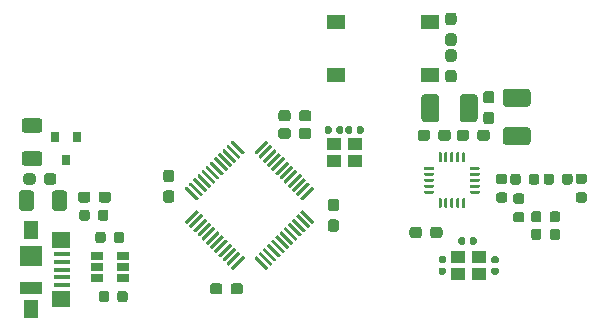
<source format=gbr>
%TF.GenerationSoftware,KiCad,Pcbnew,(5.1.6)-1*%
%TF.CreationDate,2020-09-08T20:54:55+07:00*%
%TF.ProjectId,RX_nrf24,52585f6e-7266-4323-942e-6b696361645f,rev?*%
%TF.SameCoordinates,Original*%
%TF.FileFunction,Paste,Top*%
%TF.FilePolarity,Positive*%
%FSLAX46Y46*%
G04 Gerber Fmt 4.6, Leading zero omitted, Abs format (unit mm)*
G04 Created by KiCad (PCBNEW (5.1.6)-1) date 2020-09-08 20:54:55*
%MOMM*%
%LPD*%
G01*
G04 APERTURE LIST*
%ADD10R,1.150000X1.000000*%
%ADD11R,0.800000X0.900000*%
%ADD12R,1.900000X1.000000*%
%ADD13R,1.900000X1.800000*%
%ADD14R,1.300000X1.650000*%
%ADD15R,1.550000X1.425000*%
%ADD16R,1.380000X0.450000*%
%ADD17R,1.550000X1.300000*%
%ADD18R,1.060000X0.650000*%
G04 APERTURE END LIST*
%TO.C,C12*%
G36*
G01*
X193600000Y-95175000D02*
X191750000Y-95175000D01*
G75*
G02*
X191500000Y-94925000I0J250000D01*
G01*
X191500000Y-93925000D01*
G75*
G02*
X191750000Y-93675000I250000J0D01*
G01*
X193600000Y-93675000D01*
G75*
G02*
X193850000Y-93925000I0J-250000D01*
G01*
X193850000Y-94925000D01*
G75*
G02*
X193600000Y-95175000I-250000J0D01*
G01*
G37*
G36*
G01*
X193600000Y-98425000D02*
X191750000Y-98425000D01*
G75*
G02*
X191500000Y-98175000I0J250000D01*
G01*
X191500000Y-97175000D01*
G75*
G02*
X191750000Y-96925000I250000J0D01*
G01*
X193600000Y-96925000D01*
G75*
G02*
X193850000Y-97175000I0J-250000D01*
G01*
X193850000Y-98175000D01*
G75*
G02*
X193600000Y-98425000I-250000J0D01*
G01*
G37*
%TD*%
%TO.C,R3*%
G36*
G01*
X157270000Y-103077500D02*
X157270000Y-102602500D01*
G75*
G02*
X157507500Y-102365000I237500J0D01*
G01*
X158082500Y-102365000D01*
G75*
G02*
X158320000Y-102602500I0J-237500D01*
G01*
X158320000Y-103077500D01*
G75*
G02*
X158082500Y-103315000I-237500J0D01*
G01*
X157507500Y-103315000D01*
G75*
G02*
X157270000Y-103077500I0J237500D01*
G01*
G37*
G36*
G01*
X155520000Y-103077500D02*
X155520000Y-102602500D01*
G75*
G02*
X155757500Y-102365000I237500J0D01*
G01*
X156332500Y-102365000D01*
G75*
G02*
X156570000Y-102602500I0J-237500D01*
G01*
X156570000Y-103077500D01*
G75*
G02*
X156332500Y-103315000I-237500J0D01*
G01*
X155757500Y-103315000D01*
G75*
G02*
X155520000Y-103077500I0J237500D01*
G01*
G37*
%TD*%
%TO.C,C15*%
G36*
G01*
X167750000Y-110362500D02*
X167750000Y-110837500D01*
G75*
G02*
X167512500Y-111075000I-237500J0D01*
G01*
X166937500Y-111075000D01*
G75*
G02*
X166700000Y-110837500I0J237500D01*
G01*
X166700000Y-110362500D01*
G75*
G02*
X166937500Y-110125000I237500J0D01*
G01*
X167512500Y-110125000D01*
G75*
G02*
X167750000Y-110362500I0J-237500D01*
G01*
G37*
G36*
G01*
X169500000Y-110362500D02*
X169500000Y-110837500D01*
G75*
G02*
X169262500Y-111075000I-237500J0D01*
G01*
X168687500Y-111075000D01*
G75*
G02*
X168450000Y-110837500I0J237500D01*
G01*
X168450000Y-110362500D01*
G75*
G02*
X168687500Y-110125000I237500J0D01*
G01*
X169262500Y-110125000D01*
G75*
G02*
X169500000Y-110362500I0J-237500D01*
G01*
G37*
%TD*%
%TO.C,nRF24*%
G36*
G01*
X186055000Y-99817500D02*
X186055000Y-99117500D01*
G75*
G02*
X186117500Y-99055000I62500J0D01*
G01*
X186242500Y-99055000D01*
G75*
G02*
X186305000Y-99117500I0J-62500D01*
G01*
X186305000Y-99817500D01*
G75*
G02*
X186242500Y-99880000I-62500J0D01*
G01*
X186117500Y-99880000D01*
G75*
G02*
X186055000Y-99817500I0J62500D01*
G01*
G37*
G36*
G01*
X186555000Y-99817500D02*
X186555000Y-99117500D01*
G75*
G02*
X186617500Y-99055000I62500J0D01*
G01*
X186742500Y-99055000D01*
G75*
G02*
X186805000Y-99117500I0J-62500D01*
G01*
X186805000Y-99817500D01*
G75*
G02*
X186742500Y-99880000I-62500J0D01*
G01*
X186617500Y-99880000D01*
G75*
G02*
X186555000Y-99817500I0J62500D01*
G01*
G37*
G36*
G01*
X187055000Y-99817500D02*
X187055000Y-99117500D01*
G75*
G02*
X187117500Y-99055000I62500J0D01*
G01*
X187242500Y-99055000D01*
G75*
G02*
X187305000Y-99117500I0J-62500D01*
G01*
X187305000Y-99817500D01*
G75*
G02*
X187242500Y-99880000I-62500J0D01*
G01*
X187117500Y-99880000D01*
G75*
G02*
X187055000Y-99817500I0J62500D01*
G01*
G37*
G36*
G01*
X187555000Y-99817500D02*
X187555000Y-99117500D01*
G75*
G02*
X187617500Y-99055000I62500J0D01*
G01*
X187742500Y-99055000D01*
G75*
G02*
X187805000Y-99117500I0J-62500D01*
G01*
X187805000Y-99817500D01*
G75*
G02*
X187742500Y-99880000I-62500J0D01*
G01*
X187617500Y-99880000D01*
G75*
G02*
X187555000Y-99817500I0J62500D01*
G01*
G37*
G36*
G01*
X188055000Y-99817500D02*
X188055000Y-99117500D01*
G75*
G02*
X188117500Y-99055000I62500J0D01*
G01*
X188242500Y-99055000D01*
G75*
G02*
X188305000Y-99117500I0J-62500D01*
G01*
X188305000Y-99817500D01*
G75*
G02*
X188242500Y-99880000I-62500J0D01*
G01*
X188117500Y-99880000D01*
G75*
G02*
X188055000Y-99817500I0J62500D01*
G01*
G37*
G36*
G01*
X188705000Y-100467500D02*
X188705000Y-100342500D01*
G75*
G02*
X188767500Y-100280000I62500J0D01*
G01*
X189467500Y-100280000D01*
G75*
G02*
X189530000Y-100342500I0J-62500D01*
G01*
X189530000Y-100467500D01*
G75*
G02*
X189467500Y-100530000I-62500J0D01*
G01*
X188767500Y-100530000D01*
G75*
G02*
X188705000Y-100467500I0J62500D01*
G01*
G37*
G36*
G01*
X188705000Y-100967500D02*
X188705000Y-100842500D01*
G75*
G02*
X188767500Y-100780000I62500J0D01*
G01*
X189467500Y-100780000D01*
G75*
G02*
X189530000Y-100842500I0J-62500D01*
G01*
X189530000Y-100967500D01*
G75*
G02*
X189467500Y-101030000I-62500J0D01*
G01*
X188767500Y-101030000D01*
G75*
G02*
X188705000Y-100967500I0J62500D01*
G01*
G37*
G36*
G01*
X188705000Y-101467500D02*
X188705000Y-101342500D01*
G75*
G02*
X188767500Y-101280000I62500J0D01*
G01*
X189467500Y-101280000D01*
G75*
G02*
X189530000Y-101342500I0J-62500D01*
G01*
X189530000Y-101467500D01*
G75*
G02*
X189467500Y-101530000I-62500J0D01*
G01*
X188767500Y-101530000D01*
G75*
G02*
X188705000Y-101467500I0J62500D01*
G01*
G37*
G36*
G01*
X188705000Y-101967500D02*
X188705000Y-101842500D01*
G75*
G02*
X188767500Y-101780000I62500J0D01*
G01*
X189467500Y-101780000D01*
G75*
G02*
X189530000Y-101842500I0J-62500D01*
G01*
X189530000Y-101967500D01*
G75*
G02*
X189467500Y-102030000I-62500J0D01*
G01*
X188767500Y-102030000D01*
G75*
G02*
X188705000Y-101967500I0J62500D01*
G01*
G37*
G36*
G01*
X188705000Y-102467500D02*
X188705000Y-102342500D01*
G75*
G02*
X188767500Y-102280000I62500J0D01*
G01*
X189467500Y-102280000D01*
G75*
G02*
X189530000Y-102342500I0J-62500D01*
G01*
X189530000Y-102467500D01*
G75*
G02*
X189467500Y-102530000I-62500J0D01*
G01*
X188767500Y-102530000D01*
G75*
G02*
X188705000Y-102467500I0J62500D01*
G01*
G37*
G36*
G01*
X188055000Y-103692500D02*
X188055000Y-102992500D01*
G75*
G02*
X188117500Y-102930000I62500J0D01*
G01*
X188242500Y-102930000D01*
G75*
G02*
X188305000Y-102992500I0J-62500D01*
G01*
X188305000Y-103692500D01*
G75*
G02*
X188242500Y-103755000I-62500J0D01*
G01*
X188117500Y-103755000D01*
G75*
G02*
X188055000Y-103692500I0J62500D01*
G01*
G37*
G36*
G01*
X187555000Y-103692500D02*
X187555000Y-102992500D01*
G75*
G02*
X187617500Y-102930000I62500J0D01*
G01*
X187742500Y-102930000D01*
G75*
G02*
X187805000Y-102992500I0J-62500D01*
G01*
X187805000Y-103692500D01*
G75*
G02*
X187742500Y-103755000I-62500J0D01*
G01*
X187617500Y-103755000D01*
G75*
G02*
X187555000Y-103692500I0J62500D01*
G01*
G37*
G36*
G01*
X187055000Y-103692500D02*
X187055000Y-102992500D01*
G75*
G02*
X187117500Y-102930000I62500J0D01*
G01*
X187242500Y-102930000D01*
G75*
G02*
X187305000Y-102992500I0J-62500D01*
G01*
X187305000Y-103692500D01*
G75*
G02*
X187242500Y-103755000I-62500J0D01*
G01*
X187117500Y-103755000D01*
G75*
G02*
X187055000Y-103692500I0J62500D01*
G01*
G37*
G36*
G01*
X186555000Y-103692500D02*
X186555000Y-102992500D01*
G75*
G02*
X186617500Y-102930000I62500J0D01*
G01*
X186742500Y-102930000D01*
G75*
G02*
X186805000Y-102992500I0J-62500D01*
G01*
X186805000Y-103692500D01*
G75*
G02*
X186742500Y-103755000I-62500J0D01*
G01*
X186617500Y-103755000D01*
G75*
G02*
X186555000Y-103692500I0J62500D01*
G01*
G37*
G36*
G01*
X186055000Y-103692500D02*
X186055000Y-102992500D01*
G75*
G02*
X186117500Y-102930000I62500J0D01*
G01*
X186242500Y-102930000D01*
G75*
G02*
X186305000Y-102992500I0J-62500D01*
G01*
X186305000Y-103692500D01*
G75*
G02*
X186242500Y-103755000I-62500J0D01*
G01*
X186117500Y-103755000D01*
G75*
G02*
X186055000Y-103692500I0J62500D01*
G01*
G37*
G36*
G01*
X184830000Y-102467500D02*
X184830000Y-102342500D01*
G75*
G02*
X184892500Y-102280000I62500J0D01*
G01*
X185592500Y-102280000D01*
G75*
G02*
X185655000Y-102342500I0J-62500D01*
G01*
X185655000Y-102467500D01*
G75*
G02*
X185592500Y-102530000I-62500J0D01*
G01*
X184892500Y-102530000D01*
G75*
G02*
X184830000Y-102467500I0J62500D01*
G01*
G37*
G36*
G01*
X184830000Y-101967500D02*
X184830000Y-101842500D01*
G75*
G02*
X184892500Y-101780000I62500J0D01*
G01*
X185592500Y-101780000D01*
G75*
G02*
X185655000Y-101842500I0J-62500D01*
G01*
X185655000Y-101967500D01*
G75*
G02*
X185592500Y-102030000I-62500J0D01*
G01*
X184892500Y-102030000D01*
G75*
G02*
X184830000Y-101967500I0J62500D01*
G01*
G37*
G36*
G01*
X184830000Y-101467500D02*
X184830000Y-101342500D01*
G75*
G02*
X184892500Y-101280000I62500J0D01*
G01*
X185592500Y-101280000D01*
G75*
G02*
X185655000Y-101342500I0J-62500D01*
G01*
X185655000Y-101467500D01*
G75*
G02*
X185592500Y-101530000I-62500J0D01*
G01*
X184892500Y-101530000D01*
G75*
G02*
X184830000Y-101467500I0J62500D01*
G01*
G37*
G36*
G01*
X184830000Y-100967500D02*
X184830000Y-100842500D01*
G75*
G02*
X184892500Y-100780000I62500J0D01*
G01*
X185592500Y-100780000D01*
G75*
G02*
X185655000Y-100842500I0J-62500D01*
G01*
X185655000Y-100967500D01*
G75*
G02*
X185592500Y-101030000I-62500J0D01*
G01*
X184892500Y-101030000D01*
G75*
G02*
X184830000Y-100967500I0J62500D01*
G01*
G37*
G36*
G01*
X184830000Y-100467500D02*
X184830000Y-100342500D01*
G75*
G02*
X184892500Y-100280000I62500J0D01*
G01*
X185592500Y-100280000D01*
G75*
G02*
X185655000Y-100342500I0J-62500D01*
G01*
X185655000Y-100467500D01*
G75*
G02*
X185592500Y-100530000I-62500J0D01*
G01*
X184892500Y-100530000D01*
G75*
G02*
X184830000Y-100467500I0J62500D01*
G01*
G37*
%TD*%
%TO.C,8.2nH1*%
G36*
G01*
X191143750Y-102437500D02*
X191656250Y-102437500D01*
G75*
G02*
X191875000Y-102656250I0J-218750D01*
G01*
X191875000Y-103093750D01*
G75*
G02*
X191656250Y-103312500I-218750J0D01*
G01*
X191143750Y-103312500D01*
G75*
G02*
X190925000Y-103093750I0J218750D01*
G01*
X190925000Y-102656250D01*
G75*
G02*
X191143750Y-102437500I218750J0D01*
G01*
G37*
G36*
G01*
X191143750Y-100862500D02*
X191656250Y-100862500D01*
G75*
G02*
X191875000Y-101081250I0J-218750D01*
G01*
X191875000Y-101518750D01*
G75*
G02*
X191656250Y-101737500I-218750J0D01*
G01*
X191143750Y-101737500D01*
G75*
G02*
X190925000Y-101518750I0J218750D01*
G01*
X190925000Y-101081250D01*
G75*
G02*
X191143750Y-100862500I218750J0D01*
G01*
G37*
%TD*%
%TO.C,3.9nH1*%
G36*
G01*
X193700000Y-101576250D02*
X193700000Y-101063750D01*
G75*
G02*
X193918750Y-100845000I218750J0D01*
G01*
X194356250Y-100845000D01*
G75*
G02*
X194575000Y-101063750I0J-218750D01*
G01*
X194575000Y-101576250D01*
G75*
G02*
X194356250Y-101795000I-218750J0D01*
G01*
X193918750Y-101795000D01*
G75*
G02*
X193700000Y-101576250I0J218750D01*
G01*
G37*
G36*
G01*
X192125000Y-101576250D02*
X192125000Y-101063750D01*
G75*
G02*
X192343750Y-100845000I218750J0D01*
G01*
X192781250Y-100845000D01*
G75*
G02*
X193000000Y-101063750I0J-218750D01*
G01*
X193000000Y-101576250D01*
G75*
G02*
X192781250Y-101795000I-218750J0D01*
G01*
X192343750Y-101795000D01*
G75*
G02*
X192125000Y-101576250I0J218750D01*
G01*
G37*
%TD*%
%TO.C,2.7nH1*%
G36*
G01*
X192593750Y-104100000D02*
X193106250Y-104100000D01*
G75*
G02*
X193325000Y-104318750I0J-218750D01*
G01*
X193325000Y-104756250D01*
G75*
G02*
X193106250Y-104975000I-218750J0D01*
G01*
X192593750Y-104975000D01*
G75*
G02*
X192375000Y-104756250I0J218750D01*
G01*
X192375000Y-104318750D01*
G75*
G02*
X192593750Y-104100000I218750J0D01*
G01*
G37*
G36*
G01*
X192593750Y-102525000D02*
X193106250Y-102525000D01*
G75*
G02*
X193325000Y-102743750I0J-218750D01*
G01*
X193325000Y-103181250D01*
G75*
G02*
X193106250Y-103400000I-218750J0D01*
G01*
X192593750Y-103400000D01*
G75*
G02*
X192375000Y-103181250I0J218750D01*
G01*
X192375000Y-102743750D01*
G75*
G02*
X192593750Y-102525000I218750J0D01*
G01*
G37*
%TD*%
%TO.C,1pF3*%
G36*
G01*
X195465000Y-106246250D02*
X195465000Y-105733750D01*
G75*
G02*
X195683750Y-105515000I218750J0D01*
G01*
X196121250Y-105515000D01*
G75*
G02*
X196340000Y-105733750I0J-218750D01*
G01*
X196340000Y-106246250D01*
G75*
G02*
X196121250Y-106465000I-218750J0D01*
G01*
X195683750Y-106465000D01*
G75*
G02*
X195465000Y-106246250I0J218750D01*
G01*
G37*
G36*
G01*
X193890000Y-106246250D02*
X193890000Y-105733750D01*
G75*
G02*
X194108750Y-105515000I218750J0D01*
G01*
X194546250Y-105515000D01*
G75*
G02*
X194765000Y-105733750I0J-218750D01*
G01*
X194765000Y-106246250D01*
G75*
G02*
X194546250Y-106465000I-218750J0D01*
G01*
X194108750Y-106465000D01*
G75*
G02*
X193890000Y-106246250I0J218750D01*
G01*
G37*
%TD*%
%TO.C,1pF2*%
G36*
G01*
X197883750Y-102420000D02*
X198396250Y-102420000D01*
G75*
G02*
X198615000Y-102638750I0J-218750D01*
G01*
X198615000Y-103076250D01*
G75*
G02*
X198396250Y-103295000I-218750J0D01*
G01*
X197883750Y-103295000D01*
G75*
G02*
X197665000Y-103076250I0J218750D01*
G01*
X197665000Y-102638750D01*
G75*
G02*
X197883750Y-102420000I218750J0D01*
G01*
G37*
G36*
G01*
X197883750Y-100845000D02*
X198396250Y-100845000D01*
G75*
G02*
X198615000Y-101063750I0J-218750D01*
G01*
X198615000Y-101501250D01*
G75*
G02*
X198396250Y-101720000I-218750J0D01*
G01*
X197883750Y-101720000D01*
G75*
G02*
X197665000Y-101501250I0J218750D01*
G01*
X197665000Y-101063750D01*
G75*
G02*
X197883750Y-100845000I218750J0D01*
G01*
G37*
%TD*%
%TO.C,1pF1*%
G36*
G01*
X195465000Y-104756250D02*
X195465000Y-104243750D01*
G75*
G02*
X195683750Y-104025000I218750J0D01*
G01*
X196121250Y-104025000D01*
G75*
G02*
X196340000Y-104243750I0J-218750D01*
G01*
X196340000Y-104756250D01*
G75*
G02*
X196121250Y-104975000I-218750J0D01*
G01*
X195683750Y-104975000D01*
G75*
G02*
X195465000Y-104756250I0J218750D01*
G01*
G37*
G36*
G01*
X193890000Y-104756250D02*
X193890000Y-104243750D01*
G75*
G02*
X194108750Y-104025000I218750J0D01*
G01*
X194546250Y-104025000D01*
G75*
G02*
X194765000Y-104243750I0J-218750D01*
G01*
X194765000Y-104756250D01*
G75*
G02*
X194546250Y-104975000I-218750J0D01*
G01*
X194108750Y-104975000D01*
G75*
G02*
X193890000Y-104756250I0J218750D01*
G01*
G37*
%TD*%
%TO.C,1.5pF1*%
G36*
G01*
X196520000Y-101566250D02*
X196520000Y-101053750D01*
G75*
G02*
X196738750Y-100835000I218750J0D01*
G01*
X197176250Y-100835000D01*
G75*
G02*
X197395000Y-101053750I0J-218750D01*
G01*
X197395000Y-101566250D01*
G75*
G02*
X197176250Y-101785000I-218750J0D01*
G01*
X196738750Y-101785000D01*
G75*
G02*
X196520000Y-101566250I0J218750D01*
G01*
G37*
G36*
G01*
X194945000Y-101566250D02*
X194945000Y-101053750D01*
G75*
G02*
X195163750Y-100835000I218750J0D01*
G01*
X195601250Y-100835000D01*
G75*
G02*
X195820000Y-101053750I0J-218750D01*
G01*
X195820000Y-101566250D01*
G75*
G02*
X195601250Y-101785000I-218750J0D01*
G01*
X195163750Y-101785000D01*
G75*
G02*
X194945000Y-101566250I0J218750D01*
G01*
G37*
%TD*%
%TO.C,STM32*%
G36*
G01*
X174575484Y-103949264D02*
X175512400Y-104886180D01*
G75*
G02*
X175512400Y-104992246I-53033J-53033D01*
G01*
X175406334Y-105098312D01*
G75*
G02*
X175300268Y-105098312I-53033J53033D01*
G01*
X174363352Y-104161396D01*
G75*
G02*
X174363352Y-104055330I53033J53033D01*
G01*
X174469418Y-103949264D01*
G75*
G02*
X174575484Y-103949264I53033J-53033D01*
G01*
G37*
G36*
G01*
X174221930Y-104302818D02*
X175158846Y-105239734D01*
G75*
G02*
X175158846Y-105345800I-53033J-53033D01*
G01*
X175052780Y-105451866D01*
G75*
G02*
X174946714Y-105451866I-53033J53033D01*
G01*
X174009798Y-104514950D01*
G75*
G02*
X174009798Y-104408884I53033J53033D01*
G01*
X174115864Y-104302818D01*
G75*
G02*
X174221930Y-104302818I53033J-53033D01*
G01*
G37*
G36*
G01*
X173868377Y-104656371D02*
X174805293Y-105593287D01*
G75*
G02*
X174805293Y-105699353I-53033J-53033D01*
G01*
X174699227Y-105805419D01*
G75*
G02*
X174593161Y-105805419I-53033J53033D01*
G01*
X173656245Y-104868503D01*
G75*
G02*
X173656245Y-104762437I53033J53033D01*
G01*
X173762311Y-104656371D01*
G75*
G02*
X173868377Y-104656371I53033J-53033D01*
G01*
G37*
G36*
G01*
X173514823Y-105009925D02*
X174451739Y-105946841D01*
G75*
G02*
X174451739Y-106052907I-53033J-53033D01*
G01*
X174345673Y-106158973D01*
G75*
G02*
X174239607Y-106158973I-53033J53033D01*
G01*
X173302691Y-105222057D01*
G75*
G02*
X173302691Y-105115991I53033J53033D01*
G01*
X173408757Y-105009925D01*
G75*
G02*
X173514823Y-105009925I53033J-53033D01*
G01*
G37*
G36*
G01*
X173161270Y-105363478D02*
X174098186Y-106300394D01*
G75*
G02*
X174098186Y-106406460I-53033J-53033D01*
G01*
X173992120Y-106512526D01*
G75*
G02*
X173886054Y-106512526I-53033J53033D01*
G01*
X172949138Y-105575610D01*
G75*
G02*
X172949138Y-105469544I53033J53033D01*
G01*
X173055204Y-105363478D01*
G75*
G02*
X173161270Y-105363478I53033J-53033D01*
G01*
G37*
G36*
G01*
X172807717Y-105717031D02*
X173744633Y-106653947D01*
G75*
G02*
X173744633Y-106760013I-53033J-53033D01*
G01*
X173638567Y-106866079D01*
G75*
G02*
X173532501Y-106866079I-53033J53033D01*
G01*
X172595585Y-105929163D01*
G75*
G02*
X172595585Y-105823097I53033J53033D01*
G01*
X172701651Y-105717031D01*
G75*
G02*
X172807717Y-105717031I53033J-53033D01*
G01*
G37*
G36*
G01*
X172454163Y-106070585D02*
X173391079Y-107007501D01*
G75*
G02*
X173391079Y-107113567I-53033J-53033D01*
G01*
X173285013Y-107219633D01*
G75*
G02*
X173178947Y-107219633I-53033J53033D01*
G01*
X172242031Y-106282717D01*
G75*
G02*
X172242031Y-106176651I53033J53033D01*
G01*
X172348097Y-106070585D01*
G75*
G02*
X172454163Y-106070585I53033J-53033D01*
G01*
G37*
G36*
G01*
X172100610Y-106424138D02*
X173037526Y-107361054D01*
G75*
G02*
X173037526Y-107467120I-53033J-53033D01*
G01*
X172931460Y-107573186D01*
G75*
G02*
X172825394Y-107573186I-53033J53033D01*
G01*
X171888478Y-106636270D01*
G75*
G02*
X171888478Y-106530204I53033J53033D01*
G01*
X171994544Y-106424138D01*
G75*
G02*
X172100610Y-106424138I53033J-53033D01*
G01*
G37*
G36*
G01*
X171747057Y-106777691D02*
X172683973Y-107714607D01*
G75*
G02*
X172683973Y-107820673I-53033J-53033D01*
G01*
X172577907Y-107926739D01*
G75*
G02*
X172471841Y-107926739I-53033J53033D01*
G01*
X171534925Y-106989823D01*
G75*
G02*
X171534925Y-106883757I53033J53033D01*
G01*
X171640991Y-106777691D01*
G75*
G02*
X171747057Y-106777691I53033J-53033D01*
G01*
G37*
G36*
G01*
X171393503Y-107131245D02*
X172330419Y-108068161D01*
G75*
G02*
X172330419Y-108174227I-53033J-53033D01*
G01*
X172224353Y-108280293D01*
G75*
G02*
X172118287Y-108280293I-53033J53033D01*
G01*
X171181371Y-107343377D01*
G75*
G02*
X171181371Y-107237311I53033J53033D01*
G01*
X171287437Y-107131245D01*
G75*
G02*
X171393503Y-107131245I53033J-53033D01*
G01*
G37*
G36*
G01*
X171039950Y-107484798D02*
X171976866Y-108421714D01*
G75*
G02*
X171976866Y-108527780I-53033J-53033D01*
G01*
X171870800Y-108633846D01*
G75*
G02*
X171764734Y-108633846I-53033J53033D01*
G01*
X170827818Y-107696930D01*
G75*
G02*
X170827818Y-107590864I53033J53033D01*
G01*
X170933884Y-107484798D01*
G75*
G02*
X171039950Y-107484798I53033J-53033D01*
G01*
G37*
G36*
G01*
X170686396Y-107838352D02*
X171623312Y-108775268D01*
G75*
G02*
X171623312Y-108881334I-53033J-53033D01*
G01*
X171517246Y-108987400D01*
G75*
G02*
X171411180Y-108987400I-53033J53033D01*
G01*
X170474264Y-108050484D01*
G75*
G02*
X170474264Y-107944418I53033J53033D01*
G01*
X170580330Y-107838352D01*
G75*
G02*
X170686396Y-107838352I53033J-53033D01*
G01*
G37*
G36*
G01*
X169519670Y-107838352D02*
X169625736Y-107944418D01*
G75*
G02*
X169625736Y-108050484I-53033J-53033D01*
G01*
X168688820Y-108987400D01*
G75*
G02*
X168582754Y-108987400I-53033J53033D01*
G01*
X168476688Y-108881334D01*
G75*
G02*
X168476688Y-108775268I53033J53033D01*
G01*
X169413604Y-107838352D01*
G75*
G02*
X169519670Y-107838352I53033J-53033D01*
G01*
G37*
G36*
G01*
X169166116Y-107484798D02*
X169272182Y-107590864D01*
G75*
G02*
X169272182Y-107696930I-53033J-53033D01*
G01*
X168335266Y-108633846D01*
G75*
G02*
X168229200Y-108633846I-53033J53033D01*
G01*
X168123134Y-108527780D01*
G75*
G02*
X168123134Y-108421714I53033J53033D01*
G01*
X169060050Y-107484798D01*
G75*
G02*
X169166116Y-107484798I53033J-53033D01*
G01*
G37*
G36*
G01*
X168812563Y-107131245D02*
X168918629Y-107237311D01*
G75*
G02*
X168918629Y-107343377I-53033J-53033D01*
G01*
X167981713Y-108280293D01*
G75*
G02*
X167875647Y-108280293I-53033J53033D01*
G01*
X167769581Y-108174227D01*
G75*
G02*
X167769581Y-108068161I53033J53033D01*
G01*
X168706497Y-107131245D01*
G75*
G02*
X168812563Y-107131245I53033J-53033D01*
G01*
G37*
G36*
G01*
X168459009Y-106777691D02*
X168565075Y-106883757D01*
G75*
G02*
X168565075Y-106989823I-53033J-53033D01*
G01*
X167628159Y-107926739D01*
G75*
G02*
X167522093Y-107926739I-53033J53033D01*
G01*
X167416027Y-107820673D01*
G75*
G02*
X167416027Y-107714607I53033J53033D01*
G01*
X168352943Y-106777691D01*
G75*
G02*
X168459009Y-106777691I53033J-53033D01*
G01*
G37*
G36*
G01*
X168105456Y-106424138D02*
X168211522Y-106530204D01*
G75*
G02*
X168211522Y-106636270I-53033J-53033D01*
G01*
X167274606Y-107573186D01*
G75*
G02*
X167168540Y-107573186I-53033J53033D01*
G01*
X167062474Y-107467120D01*
G75*
G02*
X167062474Y-107361054I53033J53033D01*
G01*
X167999390Y-106424138D01*
G75*
G02*
X168105456Y-106424138I53033J-53033D01*
G01*
G37*
G36*
G01*
X167751903Y-106070585D02*
X167857969Y-106176651D01*
G75*
G02*
X167857969Y-106282717I-53033J-53033D01*
G01*
X166921053Y-107219633D01*
G75*
G02*
X166814987Y-107219633I-53033J53033D01*
G01*
X166708921Y-107113567D01*
G75*
G02*
X166708921Y-107007501I53033J53033D01*
G01*
X167645837Y-106070585D01*
G75*
G02*
X167751903Y-106070585I53033J-53033D01*
G01*
G37*
G36*
G01*
X167398349Y-105717031D02*
X167504415Y-105823097D01*
G75*
G02*
X167504415Y-105929163I-53033J-53033D01*
G01*
X166567499Y-106866079D01*
G75*
G02*
X166461433Y-106866079I-53033J53033D01*
G01*
X166355367Y-106760013D01*
G75*
G02*
X166355367Y-106653947I53033J53033D01*
G01*
X167292283Y-105717031D01*
G75*
G02*
X167398349Y-105717031I53033J-53033D01*
G01*
G37*
G36*
G01*
X167044796Y-105363478D02*
X167150862Y-105469544D01*
G75*
G02*
X167150862Y-105575610I-53033J-53033D01*
G01*
X166213946Y-106512526D01*
G75*
G02*
X166107880Y-106512526I-53033J53033D01*
G01*
X166001814Y-106406460D01*
G75*
G02*
X166001814Y-106300394I53033J53033D01*
G01*
X166938730Y-105363478D01*
G75*
G02*
X167044796Y-105363478I53033J-53033D01*
G01*
G37*
G36*
G01*
X166691243Y-105009925D02*
X166797309Y-105115991D01*
G75*
G02*
X166797309Y-105222057I-53033J-53033D01*
G01*
X165860393Y-106158973D01*
G75*
G02*
X165754327Y-106158973I-53033J53033D01*
G01*
X165648261Y-106052907D01*
G75*
G02*
X165648261Y-105946841I53033J53033D01*
G01*
X166585177Y-105009925D01*
G75*
G02*
X166691243Y-105009925I53033J-53033D01*
G01*
G37*
G36*
G01*
X166337689Y-104656371D02*
X166443755Y-104762437D01*
G75*
G02*
X166443755Y-104868503I-53033J-53033D01*
G01*
X165506839Y-105805419D01*
G75*
G02*
X165400773Y-105805419I-53033J53033D01*
G01*
X165294707Y-105699353D01*
G75*
G02*
X165294707Y-105593287I53033J53033D01*
G01*
X166231623Y-104656371D01*
G75*
G02*
X166337689Y-104656371I53033J-53033D01*
G01*
G37*
G36*
G01*
X165984136Y-104302818D02*
X166090202Y-104408884D01*
G75*
G02*
X166090202Y-104514950I-53033J-53033D01*
G01*
X165153286Y-105451866D01*
G75*
G02*
X165047220Y-105451866I-53033J53033D01*
G01*
X164941154Y-105345800D01*
G75*
G02*
X164941154Y-105239734I53033J53033D01*
G01*
X165878070Y-104302818D01*
G75*
G02*
X165984136Y-104302818I53033J-53033D01*
G01*
G37*
G36*
G01*
X165630582Y-103949264D02*
X165736648Y-104055330D01*
G75*
G02*
X165736648Y-104161396I-53033J-53033D01*
G01*
X164799732Y-105098312D01*
G75*
G02*
X164693666Y-105098312I-53033J53033D01*
G01*
X164587600Y-104992246D01*
G75*
G02*
X164587600Y-104886180I53033J53033D01*
G01*
X165524516Y-103949264D01*
G75*
G02*
X165630582Y-103949264I53033J-53033D01*
G01*
G37*
G36*
G01*
X164799732Y-101951688D02*
X165736648Y-102888604D01*
G75*
G02*
X165736648Y-102994670I-53033J-53033D01*
G01*
X165630582Y-103100736D01*
G75*
G02*
X165524516Y-103100736I-53033J53033D01*
G01*
X164587600Y-102163820D01*
G75*
G02*
X164587600Y-102057754I53033J53033D01*
G01*
X164693666Y-101951688D01*
G75*
G02*
X164799732Y-101951688I53033J-53033D01*
G01*
G37*
G36*
G01*
X165153286Y-101598134D02*
X166090202Y-102535050D01*
G75*
G02*
X166090202Y-102641116I-53033J-53033D01*
G01*
X165984136Y-102747182D01*
G75*
G02*
X165878070Y-102747182I-53033J53033D01*
G01*
X164941154Y-101810266D01*
G75*
G02*
X164941154Y-101704200I53033J53033D01*
G01*
X165047220Y-101598134D01*
G75*
G02*
X165153286Y-101598134I53033J-53033D01*
G01*
G37*
G36*
G01*
X165506839Y-101244581D02*
X166443755Y-102181497D01*
G75*
G02*
X166443755Y-102287563I-53033J-53033D01*
G01*
X166337689Y-102393629D01*
G75*
G02*
X166231623Y-102393629I-53033J53033D01*
G01*
X165294707Y-101456713D01*
G75*
G02*
X165294707Y-101350647I53033J53033D01*
G01*
X165400773Y-101244581D01*
G75*
G02*
X165506839Y-101244581I53033J-53033D01*
G01*
G37*
G36*
G01*
X165860393Y-100891027D02*
X166797309Y-101827943D01*
G75*
G02*
X166797309Y-101934009I-53033J-53033D01*
G01*
X166691243Y-102040075D01*
G75*
G02*
X166585177Y-102040075I-53033J53033D01*
G01*
X165648261Y-101103159D01*
G75*
G02*
X165648261Y-100997093I53033J53033D01*
G01*
X165754327Y-100891027D01*
G75*
G02*
X165860393Y-100891027I53033J-53033D01*
G01*
G37*
G36*
G01*
X166213946Y-100537474D02*
X167150862Y-101474390D01*
G75*
G02*
X167150862Y-101580456I-53033J-53033D01*
G01*
X167044796Y-101686522D01*
G75*
G02*
X166938730Y-101686522I-53033J53033D01*
G01*
X166001814Y-100749606D01*
G75*
G02*
X166001814Y-100643540I53033J53033D01*
G01*
X166107880Y-100537474D01*
G75*
G02*
X166213946Y-100537474I53033J-53033D01*
G01*
G37*
G36*
G01*
X166567499Y-100183921D02*
X167504415Y-101120837D01*
G75*
G02*
X167504415Y-101226903I-53033J-53033D01*
G01*
X167398349Y-101332969D01*
G75*
G02*
X167292283Y-101332969I-53033J53033D01*
G01*
X166355367Y-100396053D01*
G75*
G02*
X166355367Y-100289987I53033J53033D01*
G01*
X166461433Y-100183921D01*
G75*
G02*
X166567499Y-100183921I53033J-53033D01*
G01*
G37*
G36*
G01*
X166921053Y-99830367D02*
X167857969Y-100767283D01*
G75*
G02*
X167857969Y-100873349I-53033J-53033D01*
G01*
X167751903Y-100979415D01*
G75*
G02*
X167645837Y-100979415I-53033J53033D01*
G01*
X166708921Y-100042499D01*
G75*
G02*
X166708921Y-99936433I53033J53033D01*
G01*
X166814987Y-99830367D01*
G75*
G02*
X166921053Y-99830367I53033J-53033D01*
G01*
G37*
G36*
G01*
X167274606Y-99476814D02*
X168211522Y-100413730D01*
G75*
G02*
X168211522Y-100519796I-53033J-53033D01*
G01*
X168105456Y-100625862D01*
G75*
G02*
X167999390Y-100625862I-53033J53033D01*
G01*
X167062474Y-99688946D01*
G75*
G02*
X167062474Y-99582880I53033J53033D01*
G01*
X167168540Y-99476814D01*
G75*
G02*
X167274606Y-99476814I53033J-53033D01*
G01*
G37*
G36*
G01*
X167628159Y-99123261D02*
X168565075Y-100060177D01*
G75*
G02*
X168565075Y-100166243I-53033J-53033D01*
G01*
X168459009Y-100272309D01*
G75*
G02*
X168352943Y-100272309I-53033J53033D01*
G01*
X167416027Y-99335393D01*
G75*
G02*
X167416027Y-99229327I53033J53033D01*
G01*
X167522093Y-99123261D01*
G75*
G02*
X167628159Y-99123261I53033J-53033D01*
G01*
G37*
G36*
G01*
X167981713Y-98769707D02*
X168918629Y-99706623D01*
G75*
G02*
X168918629Y-99812689I-53033J-53033D01*
G01*
X168812563Y-99918755D01*
G75*
G02*
X168706497Y-99918755I-53033J53033D01*
G01*
X167769581Y-98981839D01*
G75*
G02*
X167769581Y-98875773I53033J53033D01*
G01*
X167875647Y-98769707D01*
G75*
G02*
X167981713Y-98769707I53033J-53033D01*
G01*
G37*
G36*
G01*
X168335266Y-98416154D02*
X169272182Y-99353070D01*
G75*
G02*
X169272182Y-99459136I-53033J-53033D01*
G01*
X169166116Y-99565202D01*
G75*
G02*
X169060050Y-99565202I-53033J53033D01*
G01*
X168123134Y-98628286D01*
G75*
G02*
X168123134Y-98522220I53033J53033D01*
G01*
X168229200Y-98416154D01*
G75*
G02*
X168335266Y-98416154I53033J-53033D01*
G01*
G37*
G36*
G01*
X168688820Y-98062600D02*
X169625736Y-98999516D01*
G75*
G02*
X169625736Y-99105582I-53033J-53033D01*
G01*
X169519670Y-99211648D01*
G75*
G02*
X169413604Y-99211648I-53033J53033D01*
G01*
X168476688Y-98274732D01*
G75*
G02*
X168476688Y-98168666I53033J53033D01*
G01*
X168582754Y-98062600D01*
G75*
G02*
X168688820Y-98062600I53033J-53033D01*
G01*
G37*
G36*
G01*
X171517246Y-98062600D02*
X171623312Y-98168666D01*
G75*
G02*
X171623312Y-98274732I-53033J-53033D01*
G01*
X170686396Y-99211648D01*
G75*
G02*
X170580330Y-99211648I-53033J53033D01*
G01*
X170474264Y-99105582D01*
G75*
G02*
X170474264Y-98999516I53033J53033D01*
G01*
X171411180Y-98062600D01*
G75*
G02*
X171517246Y-98062600I53033J-53033D01*
G01*
G37*
G36*
G01*
X171870800Y-98416154D02*
X171976866Y-98522220D01*
G75*
G02*
X171976866Y-98628286I-53033J-53033D01*
G01*
X171039950Y-99565202D01*
G75*
G02*
X170933884Y-99565202I-53033J53033D01*
G01*
X170827818Y-99459136D01*
G75*
G02*
X170827818Y-99353070I53033J53033D01*
G01*
X171764734Y-98416154D01*
G75*
G02*
X171870800Y-98416154I53033J-53033D01*
G01*
G37*
G36*
G01*
X172224353Y-98769707D02*
X172330419Y-98875773D01*
G75*
G02*
X172330419Y-98981839I-53033J-53033D01*
G01*
X171393503Y-99918755D01*
G75*
G02*
X171287437Y-99918755I-53033J53033D01*
G01*
X171181371Y-99812689D01*
G75*
G02*
X171181371Y-99706623I53033J53033D01*
G01*
X172118287Y-98769707D01*
G75*
G02*
X172224353Y-98769707I53033J-53033D01*
G01*
G37*
G36*
G01*
X172577907Y-99123261D02*
X172683973Y-99229327D01*
G75*
G02*
X172683973Y-99335393I-53033J-53033D01*
G01*
X171747057Y-100272309D01*
G75*
G02*
X171640991Y-100272309I-53033J53033D01*
G01*
X171534925Y-100166243D01*
G75*
G02*
X171534925Y-100060177I53033J53033D01*
G01*
X172471841Y-99123261D01*
G75*
G02*
X172577907Y-99123261I53033J-53033D01*
G01*
G37*
G36*
G01*
X172931460Y-99476814D02*
X173037526Y-99582880D01*
G75*
G02*
X173037526Y-99688946I-53033J-53033D01*
G01*
X172100610Y-100625862D01*
G75*
G02*
X171994544Y-100625862I-53033J53033D01*
G01*
X171888478Y-100519796D01*
G75*
G02*
X171888478Y-100413730I53033J53033D01*
G01*
X172825394Y-99476814D01*
G75*
G02*
X172931460Y-99476814I53033J-53033D01*
G01*
G37*
G36*
G01*
X173285013Y-99830367D02*
X173391079Y-99936433D01*
G75*
G02*
X173391079Y-100042499I-53033J-53033D01*
G01*
X172454163Y-100979415D01*
G75*
G02*
X172348097Y-100979415I-53033J53033D01*
G01*
X172242031Y-100873349D01*
G75*
G02*
X172242031Y-100767283I53033J53033D01*
G01*
X173178947Y-99830367D01*
G75*
G02*
X173285013Y-99830367I53033J-53033D01*
G01*
G37*
G36*
G01*
X173638567Y-100183921D02*
X173744633Y-100289987D01*
G75*
G02*
X173744633Y-100396053I-53033J-53033D01*
G01*
X172807717Y-101332969D01*
G75*
G02*
X172701651Y-101332969I-53033J53033D01*
G01*
X172595585Y-101226903D01*
G75*
G02*
X172595585Y-101120837I53033J53033D01*
G01*
X173532501Y-100183921D01*
G75*
G02*
X173638567Y-100183921I53033J-53033D01*
G01*
G37*
G36*
G01*
X173992120Y-100537474D02*
X174098186Y-100643540D01*
G75*
G02*
X174098186Y-100749606I-53033J-53033D01*
G01*
X173161270Y-101686522D01*
G75*
G02*
X173055204Y-101686522I-53033J53033D01*
G01*
X172949138Y-101580456D01*
G75*
G02*
X172949138Y-101474390I53033J53033D01*
G01*
X173886054Y-100537474D01*
G75*
G02*
X173992120Y-100537474I53033J-53033D01*
G01*
G37*
G36*
G01*
X174345673Y-100891027D02*
X174451739Y-100997093D01*
G75*
G02*
X174451739Y-101103159I-53033J-53033D01*
G01*
X173514823Y-102040075D01*
G75*
G02*
X173408757Y-102040075I-53033J53033D01*
G01*
X173302691Y-101934009D01*
G75*
G02*
X173302691Y-101827943I53033J53033D01*
G01*
X174239607Y-100891027D01*
G75*
G02*
X174345673Y-100891027I53033J-53033D01*
G01*
G37*
G36*
G01*
X174699227Y-101244581D02*
X174805293Y-101350647D01*
G75*
G02*
X174805293Y-101456713I-53033J-53033D01*
G01*
X173868377Y-102393629D01*
G75*
G02*
X173762311Y-102393629I-53033J53033D01*
G01*
X173656245Y-102287563D01*
G75*
G02*
X173656245Y-102181497I53033J53033D01*
G01*
X174593161Y-101244581D01*
G75*
G02*
X174699227Y-101244581I53033J-53033D01*
G01*
G37*
G36*
G01*
X175052780Y-101598134D02*
X175158846Y-101704200D01*
G75*
G02*
X175158846Y-101810266I-53033J-53033D01*
G01*
X174221930Y-102747182D01*
G75*
G02*
X174115864Y-102747182I-53033J53033D01*
G01*
X174009798Y-102641116D01*
G75*
G02*
X174009798Y-102535050I53033J53033D01*
G01*
X174946714Y-101598134D01*
G75*
G02*
X175052780Y-101598134I53033J-53033D01*
G01*
G37*
G36*
G01*
X175406334Y-101951688D02*
X175512400Y-102057754D01*
G75*
G02*
X175512400Y-102163820I-53033J-53033D01*
G01*
X174575484Y-103100736D01*
G75*
G02*
X174469418Y-103100736I-53033J53033D01*
G01*
X174363352Y-102994670D01*
G75*
G02*
X174363352Y-102888604I53033J53033D01*
G01*
X175300268Y-101951688D01*
G75*
G02*
X175406334Y-101951688I53033J-53033D01*
G01*
G37*
%TD*%
%TO.C,C2*%
G36*
G01*
X177390000Y-97322500D02*
X177390000Y-96977500D01*
G75*
G02*
X177537500Y-96830000I147500J0D01*
G01*
X177832500Y-96830000D01*
G75*
G02*
X177980000Y-96977500I0J-147500D01*
G01*
X177980000Y-97322500D01*
G75*
G02*
X177832500Y-97470000I-147500J0D01*
G01*
X177537500Y-97470000D01*
G75*
G02*
X177390000Y-97322500I0J147500D01*
G01*
G37*
G36*
G01*
X176420000Y-97322500D02*
X176420000Y-96977500D01*
G75*
G02*
X176567500Y-96830000I147500J0D01*
G01*
X176862500Y-96830000D01*
G75*
G02*
X177010000Y-96977500I0J-147500D01*
G01*
X177010000Y-97322500D01*
G75*
G02*
X176862500Y-97470000I-147500J0D01*
G01*
X176567500Y-97470000D01*
G75*
G02*
X176420000Y-97322500I0J147500D01*
G01*
G37*
%TD*%
%TO.C,C1*%
G36*
G01*
X178760000Y-96977500D02*
X178760000Y-97322500D01*
G75*
G02*
X178612500Y-97470000I-147500J0D01*
G01*
X178317500Y-97470000D01*
G75*
G02*
X178170000Y-97322500I0J147500D01*
G01*
X178170000Y-96977500D01*
G75*
G02*
X178317500Y-96830000I147500J0D01*
G01*
X178612500Y-96830000D01*
G75*
G02*
X178760000Y-96977500I0J-147500D01*
G01*
G37*
G36*
G01*
X179730000Y-96977500D02*
X179730000Y-97322500D01*
G75*
G02*
X179582500Y-97470000I-147500J0D01*
G01*
X179287500Y-97470000D01*
G75*
G02*
X179140000Y-97322500I0J147500D01*
G01*
X179140000Y-96977500D01*
G75*
G02*
X179287500Y-96830000I147500J0D01*
G01*
X179582500Y-96830000D01*
G75*
G02*
X179730000Y-96977500I0J-147500D01*
G01*
G37*
%TD*%
D10*
%TO.C,Y2*%
X189465000Y-109345000D03*
X187715000Y-109345000D03*
X187715000Y-107945000D03*
X189465000Y-107945000D03*
%TD*%
%TO.C,R7*%
G36*
G01*
X188300000Y-106377500D02*
X188300000Y-106722500D01*
G75*
G02*
X188152500Y-106870000I-147500J0D01*
G01*
X187857500Y-106870000D01*
G75*
G02*
X187710000Y-106722500I0J147500D01*
G01*
X187710000Y-106377500D01*
G75*
G02*
X187857500Y-106230000I147500J0D01*
G01*
X188152500Y-106230000D01*
G75*
G02*
X188300000Y-106377500I0J-147500D01*
G01*
G37*
G36*
G01*
X189270000Y-106377500D02*
X189270000Y-106722500D01*
G75*
G02*
X189122500Y-106870000I-147500J0D01*
G01*
X188827500Y-106870000D01*
G75*
G02*
X188680000Y-106722500I0J147500D01*
G01*
X188680000Y-106377500D01*
G75*
G02*
X188827500Y-106230000I147500J0D01*
G01*
X189122500Y-106230000D01*
G75*
G02*
X189270000Y-106377500I0J-147500D01*
G01*
G37*
%TD*%
%TO.C,C22*%
G36*
G01*
X186197500Y-108800000D02*
X186542500Y-108800000D01*
G75*
G02*
X186690000Y-108947500I0J-147500D01*
G01*
X186690000Y-109242500D01*
G75*
G02*
X186542500Y-109390000I-147500J0D01*
G01*
X186197500Y-109390000D01*
G75*
G02*
X186050000Y-109242500I0J147500D01*
G01*
X186050000Y-108947500D01*
G75*
G02*
X186197500Y-108800000I147500J0D01*
G01*
G37*
G36*
G01*
X186197500Y-107830000D02*
X186542500Y-107830000D01*
G75*
G02*
X186690000Y-107977500I0J-147500D01*
G01*
X186690000Y-108272500D01*
G75*
G02*
X186542500Y-108420000I-147500J0D01*
G01*
X186197500Y-108420000D01*
G75*
G02*
X186050000Y-108272500I0J147500D01*
G01*
X186050000Y-107977500D01*
G75*
G02*
X186197500Y-107830000I147500J0D01*
G01*
G37*
%TD*%
%TO.C,C20*%
G36*
G01*
X191012500Y-108425000D02*
X190667500Y-108425000D01*
G75*
G02*
X190520000Y-108277500I0J147500D01*
G01*
X190520000Y-107982500D01*
G75*
G02*
X190667500Y-107835000I147500J0D01*
G01*
X191012500Y-107835000D01*
G75*
G02*
X191160000Y-107982500I0J-147500D01*
G01*
X191160000Y-108277500D01*
G75*
G02*
X191012500Y-108425000I-147500J0D01*
G01*
G37*
G36*
G01*
X191012500Y-109395000D02*
X190667500Y-109395000D01*
G75*
G02*
X190520000Y-109247500I0J147500D01*
G01*
X190520000Y-108952500D01*
G75*
G02*
X190667500Y-108805000I147500J0D01*
G01*
X191012500Y-108805000D01*
G75*
G02*
X191160000Y-108952500I0J-147500D01*
G01*
X191160000Y-109247500D01*
G75*
G02*
X191012500Y-109395000I-147500J0D01*
G01*
G37*
%TD*%
%TO.C,R1*%
G36*
G01*
X158150000Y-110993750D02*
X158150000Y-111506250D01*
G75*
G02*
X157931250Y-111725000I-218750J0D01*
G01*
X157493750Y-111725000D01*
G75*
G02*
X157275000Y-111506250I0J218750D01*
G01*
X157275000Y-110993750D01*
G75*
G02*
X157493750Y-110775000I218750J0D01*
G01*
X157931250Y-110775000D01*
G75*
G02*
X158150000Y-110993750I0J-218750D01*
G01*
G37*
G36*
G01*
X159725000Y-110993750D02*
X159725000Y-111506250D01*
G75*
G02*
X159506250Y-111725000I-218750J0D01*
G01*
X159068750Y-111725000D01*
G75*
G02*
X158850000Y-111506250I0J218750D01*
G01*
X158850000Y-110993750D01*
G75*
G02*
X159068750Y-110775000I218750J0D01*
G01*
X159506250Y-110775000D01*
G75*
G02*
X159725000Y-110993750I0J-218750D01*
G01*
G37*
%TD*%
%TO.C,C13*%
G36*
G01*
X158562500Y-106506250D02*
X158562500Y-105993750D01*
G75*
G02*
X158781250Y-105775000I218750J0D01*
G01*
X159218750Y-105775000D01*
G75*
G02*
X159437500Y-105993750I0J-218750D01*
G01*
X159437500Y-106506250D01*
G75*
G02*
X159218750Y-106725000I-218750J0D01*
G01*
X158781250Y-106725000D01*
G75*
G02*
X158562500Y-106506250I0J218750D01*
G01*
G37*
G36*
G01*
X156987500Y-106506250D02*
X156987500Y-105993750D01*
G75*
G02*
X157206250Y-105775000I218750J0D01*
G01*
X157643750Y-105775000D01*
G75*
G02*
X157862500Y-105993750I0J-218750D01*
G01*
X157862500Y-106506250D01*
G75*
G02*
X157643750Y-106725000I-218750J0D01*
G01*
X157206250Y-106725000D01*
G75*
G02*
X156987500Y-106506250I0J218750D01*
G01*
G37*
%TD*%
%TO.C,C10*%
G36*
G01*
X163447500Y-101570000D02*
X162972500Y-101570000D01*
G75*
G02*
X162735000Y-101332500I0J237500D01*
G01*
X162735000Y-100757500D01*
G75*
G02*
X162972500Y-100520000I237500J0D01*
G01*
X163447500Y-100520000D01*
G75*
G02*
X163685000Y-100757500I0J-237500D01*
G01*
X163685000Y-101332500D01*
G75*
G02*
X163447500Y-101570000I-237500J0D01*
G01*
G37*
G36*
G01*
X163447500Y-103320000D02*
X162972500Y-103320000D01*
G75*
G02*
X162735000Y-103082500I0J237500D01*
G01*
X162735000Y-102507500D01*
G75*
G02*
X162972500Y-102270000I237500J0D01*
G01*
X163447500Y-102270000D01*
G75*
G02*
X163685000Y-102507500I0J-237500D01*
G01*
X163685000Y-103082500D01*
G75*
G02*
X163447500Y-103320000I-237500J0D01*
G01*
G37*
%TD*%
D11*
%TO.C,U2*%
X154520000Y-99710000D03*
X153570000Y-97710000D03*
X155470000Y-97710000D03*
%TD*%
%TO.C,R6*%
G36*
G01*
X190537500Y-94900000D02*
X190062500Y-94900000D01*
G75*
G02*
X189825000Y-94662500I0J237500D01*
G01*
X189825000Y-94087500D01*
G75*
G02*
X190062500Y-93850000I237500J0D01*
G01*
X190537500Y-93850000D01*
G75*
G02*
X190775000Y-94087500I0J-237500D01*
G01*
X190775000Y-94662500D01*
G75*
G02*
X190537500Y-94900000I-237500J0D01*
G01*
G37*
G36*
G01*
X190537500Y-96650000D02*
X190062500Y-96650000D01*
G75*
G02*
X189825000Y-96412500I0J237500D01*
G01*
X189825000Y-95837500D01*
G75*
G02*
X190062500Y-95600000I237500J0D01*
G01*
X190537500Y-95600000D01*
G75*
G02*
X190775000Y-95837500I0J-237500D01*
G01*
X190775000Y-96412500D01*
G75*
G02*
X190537500Y-96650000I-237500J0D01*
G01*
G37*
%TD*%
%TO.C,R2*%
G36*
G01*
X186862500Y-92075000D02*
X187337500Y-92075000D01*
G75*
G02*
X187575000Y-92312500I0J-237500D01*
G01*
X187575000Y-92887500D01*
G75*
G02*
X187337500Y-93125000I-237500J0D01*
G01*
X186862500Y-93125000D01*
G75*
G02*
X186625000Y-92887500I0J237500D01*
G01*
X186625000Y-92312500D01*
G75*
G02*
X186862500Y-92075000I237500J0D01*
G01*
G37*
G36*
G01*
X186862500Y-90325000D02*
X187337500Y-90325000D01*
G75*
G02*
X187575000Y-90562500I0J-237500D01*
G01*
X187575000Y-91137500D01*
G75*
G02*
X187337500Y-91375000I-237500J0D01*
G01*
X186862500Y-91375000D01*
G75*
G02*
X186625000Y-91137500I0J237500D01*
G01*
X186625000Y-90562500D01*
G75*
G02*
X186862500Y-90325000I237500J0D01*
G01*
G37*
%TD*%
%TO.C,C16*%
G36*
G01*
X189330000Y-97842500D02*
X189330000Y-97367500D01*
G75*
G02*
X189567500Y-97130000I237500J0D01*
G01*
X190142500Y-97130000D01*
G75*
G02*
X190380000Y-97367500I0J-237500D01*
G01*
X190380000Y-97842500D01*
G75*
G02*
X190142500Y-98080000I-237500J0D01*
G01*
X189567500Y-98080000D01*
G75*
G02*
X189330000Y-97842500I0J237500D01*
G01*
G37*
G36*
G01*
X187580000Y-97842500D02*
X187580000Y-97367500D01*
G75*
G02*
X187817500Y-97130000I237500J0D01*
G01*
X188392500Y-97130000D01*
G75*
G02*
X188630000Y-97367500I0J-237500D01*
G01*
X188630000Y-97842500D01*
G75*
G02*
X188392500Y-98080000I-237500J0D01*
G01*
X187817500Y-98080000D01*
G75*
G02*
X187580000Y-97842500I0J237500D01*
G01*
G37*
%TD*%
%TO.C,C14*%
G36*
G01*
X185330000Y-97367500D02*
X185330000Y-97842500D01*
G75*
G02*
X185092500Y-98080000I-237500J0D01*
G01*
X184517500Y-98080000D01*
G75*
G02*
X184280000Y-97842500I0J237500D01*
G01*
X184280000Y-97367500D01*
G75*
G02*
X184517500Y-97130000I237500J0D01*
G01*
X185092500Y-97130000D01*
G75*
G02*
X185330000Y-97367500I0J-237500D01*
G01*
G37*
G36*
G01*
X187080000Y-97367500D02*
X187080000Y-97842500D01*
G75*
G02*
X186842500Y-98080000I-237500J0D01*
G01*
X186267500Y-98080000D01*
G75*
G02*
X186030000Y-97842500I0J237500D01*
G01*
X186030000Y-97367500D01*
G75*
G02*
X186267500Y-97130000I237500J0D01*
G01*
X186842500Y-97130000D01*
G75*
G02*
X187080000Y-97367500I0J-237500D01*
G01*
G37*
%TD*%
%TO.C,C11*%
G36*
G01*
X174235000Y-96187500D02*
X174235000Y-95712500D01*
G75*
G02*
X174472500Y-95475000I237500J0D01*
G01*
X175047500Y-95475000D01*
G75*
G02*
X175285000Y-95712500I0J-237500D01*
G01*
X175285000Y-96187500D01*
G75*
G02*
X175047500Y-96425000I-237500J0D01*
G01*
X174472500Y-96425000D01*
G75*
G02*
X174235000Y-96187500I0J237500D01*
G01*
G37*
G36*
G01*
X172485000Y-96187500D02*
X172485000Y-95712500D01*
G75*
G02*
X172722500Y-95475000I237500J0D01*
G01*
X173297500Y-95475000D01*
G75*
G02*
X173535000Y-95712500I0J-237500D01*
G01*
X173535000Y-96187500D01*
G75*
G02*
X173297500Y-96425000I-237500J0D01*
G01*
X172722500Y-96425000D01*
G75*
G02*
X172485000Y-96187500I0J237500D01*
G01*
G37*
%TD*%
%TO.C,C8*%
G36*
G01*
X174235000Y-97687500D02*
X174235000Y-97212500D01*
G75*
G02*
X174472500Y-96975000I237500J0D01*
G01*
X175047500Y-96975000D01*
G75*
G02*
X175285000Y-97212500I0J-237500D01*
G01*
X175285000Y-97687500D01*
G75*
G02*
X175047500Y-97925000I-237500J0D01*
G01*
X174472500Y-97925000D01*
G75*
G02*
X174235000Y-97687500I0J237500D01*
G01*
G37*
G36*
G01*
X172485000Y-97687500D02*
X172485000Y-97212500D01*
G75*
G02*
X172722500Y-96975000I237500J0D01*
G01*
X173297500Y-96975000D01*
G75*
G02*
X173535000Y-97212500I0J-237500D01*
G01*
X173535000Y-97687500D01*
G75*
G02*
X173297500Y-97925000I-237500J0D01*
G01*
X172722500Y-97925000D01*
G75*
G02*
X172485000Y-97687500I0J237500D01*
G01*
G37*
%TD*%
%TO.C,C7*%
G36*
G01*
X176912500Y-104725000D02*
X177387500Y-104725000D01*
G75*
G02*
X177625000Y-104962500I0J-237500D01*
G01*
X177625000Y-105537500D01*
G75*
G02*
X177387500Y-105775000I-237500J0D01*
G01*
X176912500Y-105775000D01*
G75*
G02*
X176675000Y-105537500I0J237500D01*
G01*
X176675000Y-104962500D01*
G75*
G02*
X176912500Y-104725000I237500J0D01*
G01*
G37*
G36*
G01*
X176912500Y-102975000D02*
X177387500Y-102975000D01*
G75*
G02*
X177625000Y-103212500I0J-237500D01*
G01*
X177625000Y-103787500D01*
G75*
G02*
X177387500Y-104025000I-237500J0D01*
G01*
X176912500Y-104025000D01*
G75*
G02*
X176675000Y-103787500I0J237500D01*
G01*
X176675000Y-103212500D01*
G75*
G02*
X176912500Y-102975000I237500J0D01*
G01*
G37*
%TD*%
%TO.C,C6*%
G36*
G01*
X185340000Y-106067500D02*
X185340000Y-105592500D01*
G75*
G02*
X185577500Y-105355000I237500J0D01*
G01*
X186152500Y-105355000D01*
G75*
G02*
X186390000Y-105592500I0J-237500D01*
G01*
X186390000Y-106067500D01*
G75*
G02*
X186152500Y-106305000I-237500J0D01*
G01*
X185577500Y-106305000D01*
G75*
G02*
X185340000Y-106067500I0J237500D01*
G01*
G37*
G36*
G01*
X183590000Y-106067500D02*
X183590000Y-105592500D01*
G75*
G02*
X183827500Y-105355000I237500J0D01*
G01*
X184402500Y-105355000D01*
G75*
G02*
X184640000Y-105592500I0J-237500D01*
G01*
X184640000Y-106067500D01*
G75*
G02*
X184402500Y-106305000I-237500J0D01*
G01*
X183827500Y-106305000D01*
G75*
G02*
X183590000Y-106067500I0J237500D01*
G01*
G37*
%TD*%
%TO.C,C5*%
G36*
G01*
X151940000Y-101062500D02*
X151940000Y-101537500D01*
G75*
G02*
X151702500Y-101775000I-237500J0D01*
G01*
X151127500Y-101775000D01*
G75*
G02*
X150890000Y-101537500I0J237500D01*
G01*
X150890000Y-101062500D01*
G75*
G02*
X151127500Y-100825000I237500J0D01*
G01*
X151702500Y-100825000D01*
G75*
G02*
X151940000Y-101062500I0J-237500D01*
G01*
G37*
G36*
G01*
X153690000Y-101062500D02*
X153690000Y-101537500D01*
G75*
G02*
X153452500Y-101775000I-237500J0D01*
G01*
X152877500Y-101775000D01*
G75*
G02*
X152640000Y-101537500I0J237500D01*
G01*
X152640000Y-101062500D01*
G75*
G02*
X152877500Y-100825000I237500J0D01*
G01*
X153452500Y-100825000D01*
G75*
G02*
X153690000Y-101062500I0J-237500D01*
G01*
G37*
%TD*%
%TO.C,C3*%
G36*
G01*
X187337500Y-88275000D02*
X186862500Y-88275000D01*
G75*
G02*
X186625000Y-88037500I0J237500D01*
G01*
X186625000Y-87462500D01*
G75*
G02*
X186862500Y-87225000I237500J0D01*
G01*
X187337500Y-87225000D01*
G75*
G02*
X187575000Y-87462500I0J-237500D01*
G01*
X187575000Y-88037500D01*
G75*
G02*
X187337500Y-88275000I-237500J0D01*
G01*
G37*
G36*
G01*
X187337500Y-90025000D02*
X186862500Y-90025000D01*
G75*
G02*
X186625000Y-89787500I0J237500D01*
G01*
X186625000Y-89212500D01*
G75*
G02*
X186862500Y-88975000I237500J0D01*
G01*
X187337500Y-88975000D01*
G75*
G02*
X187575000Y-89212500I0J-237500D01*
G01*
X187575000Y-89787500D01*
G75*
G02*
X187337500Y-90025000I-237500J0D01*
G01*
G37*
%TD*%
%TO.C,C9*%
G36*
G01*
X151015000Y-98945000D02*
X152265000Y-98945000D01*
G75*
G02*
X152515000Y-99195000I0J-250000D01*
G01*
X152515000Y-99945000D01*
G75*
G02*
X152265000Y-100195000I-250000J0D01*
G01*
X151015000Y-100195000D01*
G75*
G02*
X150765000Y-99945000I0J250000D01*
G01*
X150765000Y-99195000D01*
G75*
G02*
X151015000Y-98945000I250000J0D01*
G01*
G37*
G36*
G01*
X151015000Y-96145000D02*
X152265000Y-96145000D01*
G75*
G02*
X152515000Y-96395000I0J-250000D01*
G01*
X152515000Y-97145000D01*
G75*
G02*
X152265000Y-97395000I-250000J0D01*
G01*
X151015000Y-97395000D01*
G75*
G02*
X150765000Y-97145000I0J250000D01*
G01*
X150765000Y-96395000D01*
G75*
G02*
X151015000Y-96145000I250000J0D01*
G01*
G37*
%TD*%
%TO.C,C4*%
G36*
G01*
X151785000Y-102505000D02*
X151785000Y-103755000D01*
G75*
G02*
X151535000Y-104005000I-250000J0D01*
G01*
X150785000Y-104005000D01*
G75*
G02*
X150535000Y-103755000I0J250000D01*
G01*
X150535000Y-102505000D01*
G75*
G02*
X150785000Y-102255000I250000J0D01*
G01*
X151535000Y-102255000D01*
G75*
G02*
X151785000Y-102505000I0J-250000D01*
G01*
G37*
G36*
G01*
X154585000Y-102505000D02*
X154585000Y-103755000D01*
G75*
G02*
X154335000Y-104005000I-250000J0D01*
G01*
X153585000Y-104005000D01*
G75*
G02*
X153335000Y-103755000I0J250000D01*
G01*
X153335000Y-102505000D01*
G75*
G02*
X153585000Y-102255000I250000J0D01*
G01*
X154335000Y-102255000D01*
G75*
G02*
X154585000Y-102505000I0J-250000D01*
G01*
G37*
%TD*%
D12*
%TO.C,J1*%
X151550000Y-110520000D03*
D13*
X151550000Y-107820000D03*
D14*
X151550000Y-112345000D03*
X151550000Y-105595000D03*
D15*
X154125000Y-111457500D03*
X154125000Y-106482500D03*
D16*
X154210000Y-110270000D03*
X154210000Y-109620000D03*
X154210000Y-108970000D03*
X154210000Y-108320000D03*
X154210000Y-107670000D03*
%TD*%
D17*
%TO.C,NRST*%
X185325000Y-92475000D03*
X185325000Y-87975000D03*
X177375000Y-87975000D03*
X177375000Y-92475000D03*
%TD*%
D10*
%TO.C,Y1*%
X178990000Y-99750000D03*
X177240000Y-99750000D03*
X177240000Y-98350000D03*
X178990000Y-98350000D03*
%TD*%
D18*
%TO.C,U1*%
X157150000Y-108750000D03*
X157150000Y-109700000D03*
X157150000Y-107800000D03*
X159350000Y-107800000D03*
X159350000Y-108750000D03*
X159350000Y-109700000D03*
%TD*%
%TO.C,D1*%
G36*
G01*
X156520000Y-104113750D02*
X156520000Y-104626250D01*
G75*
G02*
X156301250Y-104845000I-218750J0D01*
G01*
X155863750Y-104845000D01*
G75*
G02*
X155645000Y-104626250I0J218750D01*
G01*
X155645000Y-104113750D01*
G75*
G02*
X155863750Y-103895000I218750J0D01*
G01*
X156301250Y-103895000D01*
G75*
G02*
X156520000Y-104113750I0J-218750D01*
G01*
G37*
G36*
G01*
X158095000Y-104113750D02*
X158095000Y-104626250D01*
G75*
G02*
X157876250Y-104845000I-218750J0D01*
G01*
X157438750Y-104845000D01*
G75*
G02*
X157220000Y-104626250I0J218750D01*
G01*
X157220000Y-104113750D01*
G75*
G02*
X157438750Y-103895000I218750J0D01*
G01*
X157876250Y-103895000D01*
G75*
G02*
X158095000Y-104113750I0J-218750D01*
G01*
G37*
%TD*%
%TO.C,C13*%
G36*
G01*
X187855000Y-96230000D02*
X187855000Y-94380000D01*
G75*
G02*
X188105000Y-94130000I250000J0D01*
G01*
X189105000Y-94130000D01*
G75*
G02*
X189355000Y-94380000I0J-250000D01*
G01*
X189355000Y-96230000D01*
G75*
G02*
X189105000Y-96480000I-250000J0D01*
G01*
X188105000Y-96480000D01*
G75*
G02*
X187855000Y-96230000I0J250000D01*
G01*
G37*
G36*
G01*
X184605000Y-96230000D02*
X184605000Y-94380000D01*
G75*
G02*
X184855000Y-94130000I250000J0D01*
G01*
X185855000Y-94130000D01*
G75*
G02*
X186105000Y-94380000I0J-250000D01*
G01*
X186105000Y-96230000D01*
G75*
G02*
X185855000Y-96480000I-250000J0D01*
G01*
X184855000Y-96480000D01*
G75*
G02*
X184605000Y-96230000I0J250000D01*
G01*
G37*
%TD*%
M02*

</source>
